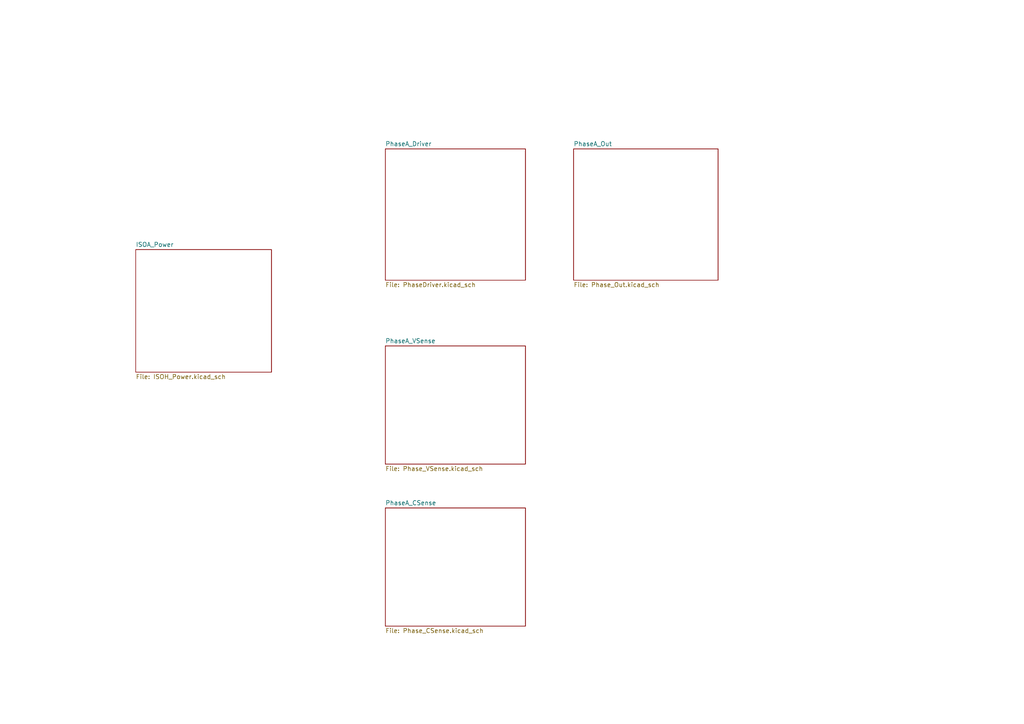
<source format=kicad_sch>
(kicad_sch
	(version 20250114)
	(generator "eeschema")
	(generator_version "9.0")
	(uuid "fe803aa9-0ca5-4a67-89b4-5ed811f6eaa3")
	(paper "A4")
	(lib_symbols)
	(sheet
		(at 111.76 147.32)
		(size 40.64 34.29)
		(exclude_from_sim no)
		(in_bom yes)
		(on_board yes)
		(dnp no)
		(fields_autoplaced yes)
		(stroke
			(width 0.1524)
			(type solid)
		)
		(fill
			(color 0 0 0 0.0000)
		)
		(uuid "3aef579f-66ac-4570-8e3c-1ed3bd255ec3")
		(property "Sheetname" "PhaseA_CSense"
			(at 111.76 146.6084 0)
			(effects
				(font
					(size 1.27 1.27)
				)
				(justify left bottom)
			)
		)
		(property "Sheetfile" "Phase_CSense.kicad_sch"
			(at 111.76 182.1946 0)
			(effects
				(font
					(size 1.27 1.27)
				)
				(justify left top)
			)
		)
		(instances
			(project "TractionInverter"
				(path "/bc91ffbf-afc6-42bb-9d28-6a3fecc21fcc/3f7f1099-e875-4a86-860c-ef7a3936f734"
					(page "9")
				)
			)
		)
	)
	(sheet
		(at 111.76 43.18)
		(size 40.64 38.1)
		(exclude_from_sim no)
		(in_bom yes)
		(on_board yes)
		(dnp no)
		(fields_autoplaced yes)
		(stroke
			(width 0.1524)
			(type solid)
		)
		(fill
			(color 0 0 0 0.0000)
		)
		(uuid "7e5136bb-6a13-40ee-9d22-c3faccfc9214")
		(property "Sheetname" "PhaseA_Driver"
			(at 111.76 42.4684 0)
			(effects
				(font
					(size 1.27 1.27)
				)
				(justify left bottom)
			)
		)
		(property "Sheetfile" "PhaseDriver.kicad_sch"
			(at 111.76 81.8646 0)
			(effects
				(font
					(size 1.27 1.27)
				)
				(justify left top)
			)
		)
		(instances
			(project "TractionInverter"
				(path "/bc91ffbf-afc6-42bb-9d28-6a3fecc21fcc/3f7f1099-e875-4a86-860c-ef7a3936f734"
					(page "4")
				)
			)
		)
	)
	(sheet
		(at 166.37 43.18)
		(size 41.91 38.1)
		(exclude_from_sim no)
		(in_bom yes)
		(on_board yes)
		(dnp no)
		(fields_autoplaced yes)
		(stroke
			(width 0.1524)
			(type solid)
		)
		(fill
			(color 0 0 0 0.0000)
		)
		(uuid "8a53f8a7-4fee-45b0-8115-af4354d69d86")
		(property "Sheetname" "PhaseA_Out"
			(at 166.37 42.4684 0)
			(effects
				(font
					(size 1.27 1.27)
				)
				(justify left bottom)
			)
		)
		(property "Sheetfile" "Phase_Out.kicad_sch"
			(at 166.37 81.8646 0)
			(effects
				(font
					(size 1.27 1.27)
				)
				(justify left top)
			)
		)
		(instances
			(project "TractionInverter"
				(path "/bc91ffbf-afc6-42bb-9d28-6a3fecc21fcc/3f7f1099-e875-4a86-860c-ef7a3936f734"
					(page "5")
				)
			)
		)
	)
	(sheet
		(at 111.76 100.33)
		(size 40.64 34.29)
		(exclude_from_sim no)
		(in_bom yes)
		(on_board yes)
		(dnp no)
		(fields_autoplaced yes)
		(stroke
			(width 0.1524)
			(type solid)
		)
		(fill
			(color 0 0 0 0.0000)
		)
		(uuid "ab1fc039-f726-4d91-be20-aafadbcf731a")
		(property "Sheetname" "PhaseA_VSense"
			(at 111.76 99.6184 0)
			(effects
				(font
					(size 1.27 1.27)
				)
				(justify left bottom)
			)
		)
		(property "Sheetfile" "Phase_VSense.kicad_sch"
			(at 111.76 135.2046 0)
			(effects
				(font
					(size 1.27 1.27)
				)
				(justify left top)
			)
		)
		(instances
			(project "TractionInverter"
				(path "/bc91ffbf-afc6-42bb-9d28-6a3fecc21fcc/3f7f1099-e875-4a86-860c-ef7a3936f734"
					(page "6")
				)
			)
		)
	)
	(sheet
		(at 39.37 72.39)
		(size 39.37 35.56)
		(exclude_from_sim no)
		(in_bom yes)
		(on_board yes)
		(dnp no)
		(fields_autoplaced yes)
		(stroke
			(width 0.1524)
			(type solid)
		)
		(fill
			(color 0 0 0 0.0000)
		)
		(uuid "d240fb37-0ee4-4cc4-ab85-1f7fcf33acfc")
		(property "Sheetname" "ISOA_Power"
			(at 39.37 71.6784 0)
			(effects
				(font
					(size 1.27 1.27)
				)
				(justify left bottom)
			)
		)
		(property "Sheetfile" "ISOH_Power.kicad_sch"
			(at 39.37 108.5346 0)
			(effects
				(font
					(size 1.27 1.27)
				)
				(justify left top)
			)
		)
		(instances
			(project "TractionInverter"
				(path "/bc91ffbf-afc6-42bb-9d28-6a3fecc21fcc/3f7f1099-e875-4a86-860c-ef7a3936f734"
					(page "8")
				)
			)
		)
	)
)

</source>
